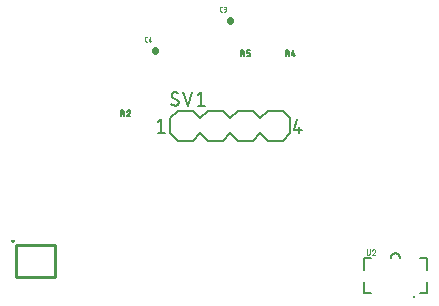
<source format=gbr>
G04 EAGLE Gerber RS-274X export*
G75*
%MOMM*%
%FSLAX34Y34*%
%LPD*%
%INSilkscreen Top*%
%IPPOS*%
%AMOC8*
5,1,8,0,0,1.08239X$1,22.5*%
G01*
%ADD10C,0.558800*%
%ADD11C,0.025400*%
%ADD12C,0.127000*%
%ADD13C,0.152400*%
%ADD14C,0.125000*%
%ADD15C,0.250000*%
%ADD16C,0.282838*%
%ADD17C,0.177800*%
%ADD18C,0.050800*%


D10*
X533400Y508305D02*
X533400Y507695D01*
D11*
X526330Y515747D02*
X525484Y515747D01*
X525429Y515749D01*
X525373Y515754D01*
X525319Y515763D01*
X525265Y515776D01*
X525212Y515792D01*
X525160Y515811D01*
X525109Y515834D01*
X525061Y515860D01*
X525013Y515890D01*
X524968Y515922D01*
X524926Y515957D01*
X524885Y515995D01*
X524847Y516036D01*
X524812Y516078D01*
X524780Y516123D01*
X524750Y516171D01*
X524724Y516219D01*
X524701Y516270D01*
X524682Y516322D01*
X524666Y516375D01*
X524653Y516429D01*
X524644Y516483D01*
X524639Y516539D01*
X524637Y516594D01*
X524637Y518710D01*
X524639Y518768D01*
X524645Y518825D01*
X524655Y518882D01*
X524668Y518939D01*
X524686Y518994D01*
X524707Y519047D01*
X524732Y519100D01*
X524760Y519150D01*
X524792Y519198D01*
X524827Y519245D01*
X524865Y519288D01*
X524906Y519329D01*
X524949Y519367D01*
X524996Y519402D01*
X525044Y519434D01*
X525094Y519462D01*
X525147Y519487D01*
X525200Y519508D01*
X525255Y519526D01*
X525312Y519539D01*
X525369Y519549D01*
X525426Y519555D01*
X525484Y519557D01*
X526330Y519557D01*
X527694Y515747D02*
X528753Y515747D01*
X528817Y515749D01*
X528881Y515755D01*
X528944Y515764D01*
X529006Y515778D01*
X529068Y515795D01*
X529128Y515816D01*
X529187Y515840D01*
X529245Y515868D01*
X529300Y515900D01*
X529354Y515934D01*
X529405Y515972D01*
X529455Y516013D01*
X529501Y516057D01*
X529545Y516103D01*
X529586Y516153D01*
X529624Y516204D01*
X529658Y516258D01*
X529690Y516313D01*
X529718Y516371D01*
X529742Y516430D01*
X529763Y516490D01*
X529780Y516552D01*
X529794Y516614D01*
X529803Y516677D01*
X529809Y516741D01*
X529811Y516805D01*
X529809Y516869D01*
X529803Y516933D01*
X529794Y516996D01*
X529780Y517058D01*
X529763Y517120D01*
X529742Y517180D01*
X529718Y517239D01*
X529690Y517297D01*
X529658Y517352D01*
X529624Y517406D01*
X529586Y517457D01*
X529545Y517507D01*
X529501Y517553D01*
X529455Y517597D01*
X529405Y517638D01*
X529354Y517676D01*
X529300Y517710D01*
X529245Y517742D01*
X529187Y517770D01*
X529128Y517794D01*
X529068Y517815D01*
X529006Y517832D01*
X528944Y517846D01*
X528881Y517855D01*
X528817Y517861D01*
X528753Y517863D01*
X528964Y519557D02*
X527694Y519557D01*
X528964Y519557D02*
X529021Y519555D01*
X529077Y519549D01*
X529133Y519540D01*
X529188Y519527D01*
X529242Y519510D01*
X529295Y519490D01*
X529346Y519466D01*
X529396Y519439D01*
X529443Y519408D01*
X529489Y519375D01*
X529532Y519338D01*
X529573Y519299D01*
X529611Y519257D01*
X529646Y519212D01*
X529678Y519166D01*
X529707Y519117D01*
X529732Y519067D01*
X529754Y519014D01*
X529773Y518961D01*
X529788Y518906D01*
X529799Y518851D01*
X529807Y518795D01*
X529811Y518738D01*
X529811Y518682D01*
X529807Y518625D01*
X529799Y518569D01*
X529788Y518514D01*
X529773Y518459D01*
X529754Y518406D01*
X529732Y518353D01*
X529707Y518303D01*
X529678Y518254D01*
X529646Y518208D01*
X529611Y518163D01*
X529573Y518121D01*
X529532Y518082D01*
X529489Y518045D01*
X529443Y518012D01*
X529396Y517981D01*
X529346Y517954D01*
X529295Y517930D01*
X529242Y517910D01*
X529188Y517893D01*
X529133Y517880D01*
X529077Y517871D01*
X529021Y517865D01*
X528964Y517863D01*
X528964Y517864D02*
X528118Y517864D01*
D10*
X469900Y482905D02*
X469900Y482295D01*
D11*
X462830Y490347D02*
X461984Y490347D01*
X461929Y490349D01*
X461873Y490354D01*
X461819Y490363D01*
X461765Y490376D01*
X461712Y490392D01*
X461660Y490411D01*
X461609Y490434D01*
X461561Y490460D01*
X461513Y490490D01*
X461468Y490522D01*
X461426Y490557D01*
X461385Y490595D01*
X461347Y490636D01*
X461312Y490678D01*
X461280Y490723D01*
X461250Y490771D01*
X461224Y490819D01*
X461201Y490870D01*
X461182Y490922D01*
X461166Y490975D01*
X461153Y491029D01*
X461144Y491083D01*
X461139Y491139D01*
X461137Y491194D01*
X461137Y493310D01*
X461139Y493368D01*
X461145Y493425D01*
X461155Y493482D01*
X461168Y493539D01*
X461186Y493594D01*
X461207Y493647D01*
X461232Y493700D01*
X461260Y493750D01*
X461292Y493798D01*
X461327Y493845D01*
X461365Y493888D01*
X461406Y493929D01*
X461449Y493967D01*
X461496Y494002D01*
X461544Y494034D01*
X461594Y494062D01*
X461647Y494087D01*
X461700Y494108D01*
X461755Y494126D01*
X461812Y494139D01*
X461869Y494149D01*
X461926Y494155D01*
X461984Y494157D01*
X462830Y494157D01*
X465041Y494157D02*
X464194Y491194D01*
X466311Y491194D01*
X465676Y492040D02*
X465676Y490347D01*
D12*
X440448Y432181D02*
X440448Y427355D01*
X440448Y432181D02*
X441789Y432181D01*
X441860Y432179D01*
X441932Y432173D01*
X442002Y432164D01*
X442072Y432151D01*
X442142Y432134D01*
X442210Y432113D01*
X442277Y432089D01*
X442343Y432061D01*
X442407Y432030D01*
X442470Y431995D01*
X442530Y431957D01*
X442589Y431916D01*
X442645Y431872D01*
X442699Y431825D01*
X442750Y431776D01*
X442798Y431723D01*
X442844Y431668D01*
X442886Y431611D01*
X442926Y431551D01*
X442962Y431490D01*
X442995Y431426D01*
X443024Y431361D01*
X443050Y431295D01*
X443073Y431227D01*
X443092Y431158D01*
X443107Y431088D01*
X443118Y431018D01*
X443126Y430947D01*
X443130Y430876D01*
X443130Y430804D01*
X443126Y430733D01*
X443118Y430662D01*
X443107Y430592D01*
X443092Y430522D01*
X443073Y430453D01*
X443050Y430385D01*
X443024Y430319D01*
X442995Y430254D01*
X442962Y430190D01*
X442926Y430129D01*
X442886Y430069D01*
X442844Y430012D01*
X442798Y429957D01*
X442750Y429904D01*
X442699Y429855D01*
X442645Y429808D01*
X442589Y429764D01*
X442530Y429723D01*
X442470Y429685D01*
X442407Y429650D01*
X442343Y429619D01*
X442277Y429591D01*
X442210Y429567D01*
X442142Y429546D01*
X442072Y429529D01*
X442002Y429516D01*
X441932Y429507D01*
X441860Y429501D01*
X441789Y429499D01*
X441789Y429500D02*
X440448Y429500D01*
X442057Y429500D02*
X443129Y427355D01*
X447345Y432181D02*
X447413Y432179D01*
X447480Y432173D01*
X447547Y432164D01*
X447614Y432151D01*
X447679Y432134D01*
X447744Y432113D01*
X447807Y432089D01*
X447869Y432061D01*
X447929Y432030D01*
X447987Y431996D01*
X448043Y431958D01*
X448098Y431918D01*
X448149Y431874D01*
X448198Y431827D01*
X448245Y431778D01*
X448289Y431727D01*
X448329Y431672D01*
X448367Y431616D01*
X448401Y431558D01*
X448432Y431498D01*
X448460Y431436D01*
X448484Y431373D01*
X448505Y431308D01*
X448522Y431243D01*
X448535Y431176D01*
X448544Y431109D01*
X448550Y431042D01*
X448552Y430974D01*
X447345Y432181D02*
X447267Y432179D01*
X447189Y432173D01*
X447112Y432163D01*
X447035Y432150D01*
X446959Y432132D01*
X446884Y432111D01*
X446810Y432086D01*
X446738Y432057D01*
X446667Y432025D01*
X446598Y431989D01*
X446530Y431950D01*
X446465Y431907D01*
X446402Y431861D01*
X446341Y431812D01*
X446283Y431760D01*
X446228Y431705D01*
X446175Y431648D01*
X446126Y431588D01*
X446079Y431525D01*
X446036Y431461D01*
X445996Y431394D01*
X445959Y431325D01*
X445926Y431254D01*
X445896Y431182D01*
X445870Y431109D01*
X448150Y430036D02*
X448199Y430085D01*
X448246Y430137D01*
X448289Y430192D01*
X448330Y430249D01*
X448368Y430308D01*
X448402Y430369D01*
X448433Y430432D01*
X448461Y430496D01*
X448485Y430562D01*
X448505Y430628D01*
X448522Y430696D01*
X448535Y430765D01*
X448544Y430834D01*
X448550Y430904D01*
X448552Y430974D01*
X448150Y430036D02*
X445871Y427355D01*
X448552Y427355D01*
X580148Y478155D02*
X580148Y482981D01*
X581489Y482981D01*
X581560Y482979D01*
X581632Y482973D01*
X581702Y482964D01*
X581772Y482951D01*
X581842Y482934D01*
X581910Y482913D01*
X581977Y482889D01*
X582043Y482861D01*
X582107Y482830D01*
X582170Y482795D01*
X582230Y482757D01*
X582289Y482716D01*
X582345Y482672D01*
X582399Y482625D01*
X582450Y482576D01*
X582498Y482523D01*
X582544Y482468D01*
X582586Y482411D01*
X582626Y482351D01*
X582662Y482290D01*
X582695Y482226D01*
X582724Y482161D01*
X582750Y482095D01*
X582773Y482027D01*
X582792Y481958D01*
X582807Y481888D01*
X582818Y481818D01*
X582826Y481747D01*
X582830Y481676D01*
X582830Y481604D01*
X582826Y481533D01*
X582818Y481462D01*
X582807Y481392D01*
X582792Y481322D01*
X582773Y481253D01*
X582750Y481185D01*
X582724Y481119D01*
X582695Y481054D01*
X582662Y480990D01*
X582626Y480929D01*
X582586Y480869D01*
X582544Y480812D01*
X582498Y480757D01*
X582450Y480704D01*
X582399Y480655D01*
X582345Y480608D01*
X582289Y480564D01*
X582230Y480523D01*
X582170Y480485D01*
X582107Y480450D01*
X582043Y480419D01*
X581977Y480391D01*
X581910Y480367D01*
X581842Y480346D01*
X581772Y480329D01*
X581702Y480316D01*
X581632Y480307D01*
X581560Y480301D01*
X581489Y480299D01*
X581489Y480300D02*
X580148Y480300D01*
X581757Y480300D02*
X582829Y478155D01*
X585571Y479227D02*
X586643Y482981D01*
X585571Y479227D02*
X588252Y479227D01*
X587448Y480300D02*
X587448Y478155D01*
X542048Y478155D02*
X542048Y482981D01*
X543389Y482981D01*
X543460Y482979D01*
X543532Y482973D01*
X543602Y482964D01*
X543672Y482951D01*
X543742Y482934D01*
X543810Y482913D01*
X543877Y482889D01*
X543943Y482861D01*
X544007Y482830D01*
X544070Y482795D01*
X544130Y482757D01*
X544189Y482716D01*
X544245Y482672D01*
X544299Y482625D01*
X544350Y482576D01*
X544398Y482523D01*
X544444Y482468D01*
X544486Y482411D01*
X544526Y482351D01*
X544562Y482290D01*
X544595Y482226D01*
X544624Y482161D01*
X544650Y482095D01*
X544673Y482027D01*
X544692Y481958D01*
X544707Y481888D01*
X544718Y481818D01*
X544726Y481747D01*
X544730Y481676D01*
X544730Y481604D01*
X544726Y481533D01*
X544718Y481462D01*
X544707Y481392D01*
X544692Y481322D01*
X544673Y481253D01*
X544650Y481185D01*
X544624Y481119D01*
X544595Y481054D01*
X544562Y480990D01*
X544526Y480929D01*
X544486Y480869D01*
X544444Y480812D01*
X544398Y480757D01*
X544350Y480704D01*
X544299Y480655D01*
X544245Y480608D01*
X544189Y480564D01*
X544130Y480523D01*
X544070Y480485D01*
X544007Y480450D01*
X543943Y480419D01*
X543877Y480391D01*
X543810Y480367D01*
X543742Y480346D01*
X543672Y480329D01*
X543602Y480316D01*
X543532Y480307D01*
X543460Y480301D01*
X543389Y480299D01*
X543389Y480300D02*
X542048Y480300D01*
X543657Y480300D02*
X544729Y478155D01*
X547471Y478155D02*
X549079Y478155D01*
X549144Y478157D01*
X549208Y478163D01*
X549272Y478173D01*
X549336Y478186D01*
X549398Y478204D01*
X549459Y478225D01*
X549519Y478249D01*
X549577Y478278D01*
X549634Y478310D01*
X549688Y478345D01*
X549740Y478383D01*
X549790Y478425D01*
X549837Y478469D01*
X549881Y478516D01*
X549923Y478566D01*
X549961Y478618D01*
X549996Y478672D01*
X550028Y478729D01*
X550057Y478787D01*
X550081Y478847D01*
X550102Y478908D01*
X550120Y478970D01*
X550133Y479034D01*
X550143Y479098D01*
X550149Y479162D01*
X550151Y479227D01*
X550152Y479227D02*
X550152Y479764D01*
X550151Y479764D02*
X550149Y479829D01*
X550143Y479893D01*
X550133Y479957D01*
X550120Y480021D01*
X550102Y480083D01*
X550081Y480144D01*
X550057Y480204D01*
X550028Y480262D01*
X549996Y480319D01*
X549961Y480373D01*
X549923Y480425D01*
X549881Y480475D01*
X549837Y480522D01*
X549790Y480566D01*
X549740Y480608D01*
X549688Y480646D01*
X549634Y480681D01*
X549577Y480713D01*
X549519Y480742D01*
X549459Y480766D01*
X549398Y480787D01*
X549336Y480805D01*
X549272Y480818D01*
X549208Y480828D01*
X549144Y480834D01*
X549079Y480836D01*
X547471Y480836D01*
X547471Y482981D01*
X550152Y482981D01*
D13*
X501650Y431800D02*
X488950Y431800D01*
X501650Y431800D02*
X508000Y425450D01*
X508000Y412750D02*
X501650Y406400D01*
X508000Y425450D02*
X514350Y431800D01*
X527050Y431800D01*
X533400Y425450D01*
X533400Y412750D02*
X527050Y406400D01*
X514350Y406400D01*
X508000Y412750D01*
X482600Y412750D02*
X482600Y425450D01*
X488950Y431800D01*
X482600Y412750D02*
X488950Y406400D01*
X501650Y406400D01*
X533400Y425450D02*
X539750Y431800D01*
X552450Y431800D01*
X558800Y425450D01*
X558800Y412750D02*
X552450Y406400D01*
X539750Y406400D01*
X533400Y412750D01*
X565150Y431800D02*
X577850Y431800D01*
X584200Y425450D01*
X584200Y412750D01*
X577850Y406400D01*
X558800Y425450D02*
X565150Y431800D01*
X558800Y412750D02*
X565150Y406400D01*
X577850Y406400D01*
D12*
X474980Y424815D02*
X471805Y422275D01*
X474980Y424815D02*
X474980Y413385D01*
X471805Y413385D02*
X478155Y413385D01*
X587375Y415925D02*
X589915Y424815D01*
X587375Y415925D02*
X593725Y415925D01*
X591820Y418465D02*
X591820Y413385D01*
X489585Y438785D02*
X489583Y438685D01*
X489577Y438586D01*
X489567Y438486D01*
X489554Y438388D01*
X489536Y438289D01*
X489515Y438192D01*
X489490Y438096D01*
X489461Y438000D01*
X489428Y437906D01*
X489392Y437813D01*
X489352Y437722D01*
X489308Y437632D01*
X489261Y437544D01*
X489211Y437458D01*
X489157Y437374D01*
X489100Y437292D01*
X489040Y437213D01*
X488976Y437135D01*
X488910Y437061D01*
X488841Y436989D01*
X488769Y436920D01*
X488695Y436854D01*
X488617Y436790D01*
X488538Y436730D01*
X488456Y436673D01*
X488372Y436619D01*
X488286Y436569D01*
X488198Y436522D01*
X488108Y436478D01*
X488017Y436438D01*
X487924Y436402D01*
X487830Y436369D01*
X487734Y436340D01*
X487638Y436315D01*
X487541Y436294D01*
X487442Y436276D01*
X487344Y436263D01*
X487244Y436253D01*
X487145Y436247D01*
X487045Y436245D01*
X486904Y436247D01*
X486763Y436252D01*
X486622Y436262D01*
X486481Y436275D01*
X486341Y436291D01*
X486201Y436312D01*
X486062Y436336D01*
X485923Y436364D01*
X485786Y436395D01*
X485649Y436430D01*
X485513Y436468D01*
X485378Y436510D01*
X485245Y436556D01*
X485112Y436605D01*
X484981Y436658D01*
X484852Y436714D01*
X484723Y436773D01*
X484597Y436836D01*
X484472Y436902D01*
X484349Y436971D01*
X484228Y437044D01*
X484109Y437120D01*
X483991Y437199D01*
X483876Y437280D01*
X483764Y437365D01*
X483653Y437453D01*
X483545Y437544D01*
X483439Y437637D01*
X483336Y437734D01*
X483235Y437833D01*
X483553Y445135D02*
X483555Y445235D01*
X483561Y445334D01*
X483571Y445434D01*
X483584Y445532D01*
X483602Y445631D01*
X483623Y445728D01*
X483648Y445824D01*
X483677Y445920D01*
X483710Y446014D01*
X483746Y446107D01*
X483786Y446198D01*
X483830Y446288D01*
X483877Y446376D01*
X483927Y446462D01*
X483981Y446546D01*
X484038Y446628D01*
X484098Y446707D01*
X484162Y446785D01*
X484228Y446859D01*
X484297Y446931D01*
X484369Y447000D01*
X484443Y447066D01*
X484521Y447130D01*
X484600Y447190D01*
X484682Y447247D01*
X484766Y447301D01*
X484852Y447351D01*
X484940Y447398D01*
X485030Y447442D01*
X485121Y447482D01*
X485214Y447518D01*
X485308Y447551D01*
X485404Y447580D01*
X485500Y447605D01*
X485597Y447626D01*
X485696Y447644D01*
X485794Y447657D01*
X485894Y447667D01*
X485993Y447673D01*
X486093Y447675D01*
X486093Y447676D02*
X486226Y447674D01*
X486359Y447669D01*
X486492Y447659D01*
X486625Y447646D01*
X486757Y447629D01*
X486889Y447609D01*
X487020Y447585D01*
X487150Y447557D01*
X487280Y447526D01*
X487408Y447491D01*
X487536Y447452D01*
X487662Y447410D01*
X487787Y447364D01*
X487911Y447315D01*
X488034Y447263D01*
X488155Y447207D01*
X488274Y447147D01*
X488392Y447085D01*
X488507Y447019D01*
X488621Y446950D01*
X488733Y446877D01*
X488843Y446802D01*
X488951Y446723D01*
X484822Y442912D02*
X484738Y442964D01*
X484655Y443019D01*
X484575Y443078D01*
X484497Y443139D01*
X484422Y443203D01*
X484349Y443271D01*
X484278Y443341D01*
X484211Y443413D01*
X484146Y443488D01*
X484084Y443566D01*
X484025Y443646D01*
X483969Y443728D01*
X483917Y443812D01*
X483868Y443898D01*
X483822Y443986D01*
X483779Y444076D01*
X483740Y444167D01*
X483705Y444260D01*
X483673Y444354D01*
X483645Y444449D01*
X483620Y444545D01*
X483600Y444642D01*
X483582Y444740D01*
X483569Y444838D01*
X483560Y444937D01*
X483554Y445036D01*
X483552Y445135D01*
X488315Y441008D02*
X488399Y440956D01*
X488482Y440901D01*
X488562Y440842D01*
X488640Y440781D01*
X488715Y440717D01*
X488788Y440649D01*
X488859Y440579D01*
X488926Y440507D01*
X488991Y440432D01*
X489053Y440354D01*
X489112Y440274D01*
X489168Y440192D01*
X489220Y440108D01*
X489269Y440022D01*
X489315Y439934D01*
X489358Y439844D01*
X489397Y439753D01*
X489432Y439660D01*
X489464Y439566D01*
X489492Y439471D01*
X489517Y439375D01*
X489537Y439278D01*
X489555Y439180D01*
X489568Y439082D01*
X489577Y438983D01*
X489583Y438884D01*
X489585Y438785D01*
X488315Y441008D02*
X484823Y442913D01*
X493649Y447675D02*
X497459Y436245D01*
X501269Y447675D01*
X505714Y445135D02*
X508889Y447675D01*
X508889Y436245D01*
X505714Y436245D02*
X512064Y436245D01*
D14*
X347800Y321800D02*
X347802Y321863D01*
X347808Y321925D01*
X347818Y321987D01*
X347831Y322049D01*
X347849Y322109D01*
X347870Y322168D01*
X347895Y322226D01*
X347924Y322282D01*
X347956Y322336D01*
X347991Y322388D01*
X348029Y322437D01*
X348071Y322485D01*
X348115Y322529D01*
X348163Y322571D01*
X348212Y322609D01*
X348264Y322644D01*
X348318Y322676D01*
X348374Y322705D01*
X348432Y322730D01*
X348491Y322751D01*
X348551Y322769D01*
X348613Y322782D01*
X348675Y322792D01*
X348737Y322798D01*
X348800Y322800D01*
X348863Y322798D01*
X348925Y322792D01*
X348987Y322782D01*
X349049Y322769D01*
X349109Y322751D01*
X349168Y322730D01*
X349226Y322705D01*
X349282Y322676D01*
X349336Y322644D01*
X349388Y322609D01*
X349437Y322571D01*
X349485Y322529D01*
X349529Y322485D01*
X349571Y322437D01*
X349609Y322388D01*
X349644Y322336D01*
X349676Y322282D01*
X349705Y322226D01*
X349730Y322168D01*
X349751Y322109D01*
X349769Y322049D01*
X349782Y321987D01*
X349792Y321925D01*
X349798Y321863D01*
X349800Y321800D01*
X349798Y321737D01*
X349792Y321675D01*
X349782Y321613D01*
X349769Y321551D01*
X349751Y321491D01*
X349730Y321432D01*
X349705Y321374D01*
X349676Y321318D01*
X349644Y321264D01*
X349609Y321212D01*
X349571Y321163D01*
X349529Y321115D01*
X349485Y321071D01*
X349437Y321029D01*
X349388Y320991D01*
X349336Y320956D01*
X349282Y320924D01*
X349226Y320895D01*
X349168Y320870D01*
X349109Y320849D01*
X349049Y320831D01*
X348987Y320818D01*
X348925Y320808D01*
X348863Y320802D01*
X348800Y320800D01*
X348737Y320802D01*
X348675Y320808D01*
X348613Y320818D01*
X348551Y320831D01*
X348491Y320849D01*
X348432Y320870D01*
X348374Y320895D01*
X348318Y320924D01*
X348264Y320956D01*
X348212Y320991D01*
X348163Y321029D01*
X348115Y321071D01*
X348071Y321115D01*
X348029Y321163D01*
X347991Y321212D01*
X347956Y321264D01*
X347924Y321318D01*
X347895Y321374D01*
X347870Y321432D01*
X347849Y321491D01*
X347831Y321551D01*
X347818Y321613D01*
X347808Y321675D01*
X347802Y321737D01*
X347800Y321800D01*
D15*
X352050Y318550D02*
X384550Y318550D01*
X384550Y291050D01*
X352050Y291050D01*
X352050Y318550D01*
X349050Y321800D02*
X348550Y321800D01*
D16*
X689100Y274100D03*
D17*
X694100Y307100D02*
X700100Y307100D01*
X700100Y297100D01*
X700100Y287100D02*
X700100Y277100D01*
X694100Y277100D01*
X652100Y277100D02*
X646100Y277100D01*
X646100Y287100D01*
X646100Y297100D02*
X646100Y307100D01*
X652100Y307100D01*
D12*
X669100Y307100D02*
X669102Y307226D01*
X669108Y307351D01*
X669118Y307476D01*
X669132Y307601D01*
X669149Y307726D01*
X669171Y307850D01*
X669196Y307973D01*
X669226Y308095D01*
X669259Y308216D01*
X669296Y308336D01*
X669336Y308455D01*
X669381Y308572D01*
X669429Y308689D01*
X669481Y308803D01*
X669536Y308916D01*
X669595Y309027D01*
X669657Y309136D01*
X669723Y309243D01*
X669792Y309348D01*
X669864Y309451D01*
X669939Y309552D01*
X670018Y309650D01*
X670100Y309745D01*
X670184Y309838D01*
X670272Y309928D01*
X670362Y310016D01*
X670455Y310100D01*
X670550Y310182D01*
X670648Y310261D01*
X670749Y310336D01*
X670852Y310408D01*
X670957Y310477D01*
X671064Y310543D01*
X671173Y310605D01*
X671284Y310664D01*
X671397Y310719D01*
X671511Y310771D01*
X671628Y310819D01*
X671745Y310864D01*
X671864Y310904D01*
X671984Y310941D01*
X672105Y310974D01*
X672227Y311004D01*
X672350Y311029D01*
X672474Y311051D01*
X672599Y311068D01*
X672724Y311082D01*
X672849Y311092D01*
X672974Y311098D01*
X673100Y311100D01*
X673226Y311098D01*
X673351Y311092D01*
X673476Y311082D01*
X673601Y311068D01*
X673726Y311051D01*
X673850Y311029D01*
X673973Y311004D01*
X674095Y310974D01*
X674216Y310941D01*
X674336Y310904D01*
X674455Y310864D01*
X674572Y310819D01*
X674689Y310771D01*
X674803Y310719D01*
X674916Y310664D01*
X675027Y310605D01*
X675136Y310543D01*
X675243Y310477D01*
X675348Y310408D01*
X675451Y310336D01*
X675552Y310261D01*
X675650Y310182D01*
X675745Y310100D01*
X675838Y310016D01*
X675928Y309928D01*
X676016Y309838D01*
X676100Y309745D01*
X676182Y309650D01*
X676261Y309552D01*
X676336Y309451D01*
X676408Y309348D01*
X676477Y309243D01*
X676543Y309136D01*
X676605Y309027D01*
X676664Y308916D01*
X676719Y308803D01*
X676771Y308689D01*
X676819Y308572D01*
X676864Y308455D01*
X676904Y308336D01*
X676941Y308216D01*
X676974Y308095D01*
X677004Y307973D01*
X677029Y307850D01*
X677051Y307726D01*
X677068Y307601D01*
X677082Y307476D01*
X677092Y307351D01*
X677098Y307226D01*
X677100Y307100D01*
D18*
X648854Y311124D02*
X648854Y314426D01*
X648854Y311124D02*
X648856Y311054D01*
X648862Y310984D01*
X648871Y310915D01*
X648885Y310846D01*
X648902Y310778D01*
X648923Y310712D01*
X648947Y310646D01*
X648975Y310582D01*
X649007Y310520D01*
X649042Y310459D01*
X649080Y310400D01*
X649122Y310344D01*
X649166Y310290D01*
X649214Y310238D01*
X649264Y310190D01*
X649317Y310144D01*
X649372Y310101D01*
X649429Y310061D01*
X649489Y310024D01*
X649551Y309991D01*
X649614Y309961D01*
X649679Y309935D01*
X649745Y309912D01*
X649812Y309893D01*
X649881Y309878D01*
X649950Y309866D01*
X650019Y309858D01*
X650089Y309854D01*
X650159Y309854D01*
X650229Y309858D01*
X650298Y309866D01*
X650367Y309878D01*
X650436Y309893D01*
X650503Y309912D01*
X650569Y309935D01*
X650634Y309961D01*
X650697Y309991D01*
X650759Y310024D01*
X650819Y310061D01*
X650876Y310101D01*
X650931Y310144D01*
X650984Y310190D01*
X651034Y310238D01*
X651082Y310290D01*
X651126Y310344D01*
X651168Y310400D01*
X651206Y310459D01*
X651241Y310520D01*
X651273Y310582D01*
X651301Y310646D01*
X651325Y310712D01*
X651346Y310778D01*
X651363Y310846D01*
X651377Y310915D01*
X651386Y310984D01*
X651392Y311054D01*
X651394Y311124D01*
X651394Y314426D01*
X654975Y314426D02*
X655041Y314424D01*
X655108Y314418D01*
X655173Y314409D01*
X655239Y314395D01*
X655303Y314378D01*
X655366Y314357D01*
X655428Y314333D01*
X655488Y314304D01*
X655547Y314273D01*
X655603Y314238D01*
X655658Y314200D01*
X655710Y314159D01*
X655759Y314114D01*
X655806Y314067D01*
X655851Y314018D01*
X655892Y313966D01*
X655930Y313911D01*
X655965Y313855D01*
X655996Y313796D01*
X656025Y313736D01*
X656049Y313674D01*
X656070Y313611D01*
X656087Y313547D01*
X656101Y313481D01*
X656110Y313416D01*
X656116Y313349D01*
X656118Y313283D01*
X654975Y314426D02*
X654901Y314424D01*
X654828Y314419D01*
X654754Y314409D01*
X654682Y314396D01*
X654610Y314380D01*
X654539Y314360D01*
X654469Y314336D01*
X654400Y314309D01*
X654333Y314278D01*
X654267Y314244D01*
X654204Y314207D01*
X654142Y314167D01*
X654082Y314123D01*
X654025Y314077D01*
X653969Y314028D01*
X653917Y313976D01*
X653867Y313921D01*
X653820Y313864D01*
X653776Y313805D01*
X653735Y313744D01*
X653697Y313680D01*
X653662Y313615D01*
X653631Y313548D01*
X653603Y313480D01*
X653578Y313410D01*
X655738Y312394D02*
X655785Y312441D01*
X655829Y312490D01*
X655870Y312542D01*
X655909Y312596D01*
X655944Y312652D01*
X655977Y312710D01*
X656006Y312769D01*
X656032Y312830D01*
X656055Y312892D01*
X656075Y312956D01*
X656090Y313020D01*
X656103Y313085D01*
X656112Y313151D01*
X656117Y313217D01*
X656119Y313283D01*
X655737Y312394D02*
X653578Y309854D01*
X656118Y309854D01*
M02*

</source>
